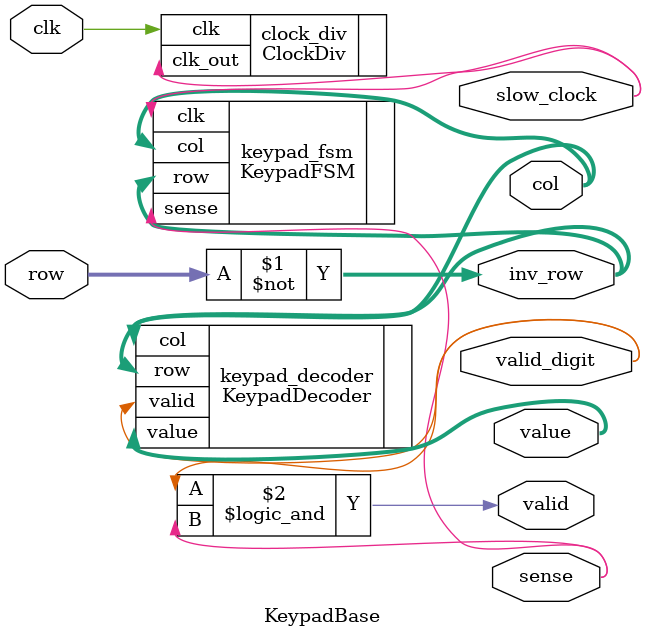
<source format=sv>

module KeypadBase(
    input clk,
    input [3:0] row,
    output [3:0] col,
    output [3:0] value,
    output valid,
    output slow_clock,
    output sense,
    output valid_digit,
    output [3:0] inv_row    
);

    assign inv_row = ~row;

    ClockDiv #(.DIV(100000)) clock_div (
        .clk(clk),
        .clk_out(slow_clock)
    );

    KeypadFSM keypad_fsm (
        .clk(slow_clock),
        .row(inv_row),
        .col(col),
        .sense(sense)
    );

    KeypadDecoder #(.BASE(16)) keypad_decoder (
        .row(inv_row),
        .col(col),
        .value(value),
        .valid(valid_digit)
    );

    assign valid = valid_digit && sense;
    
endmodule
</source>
